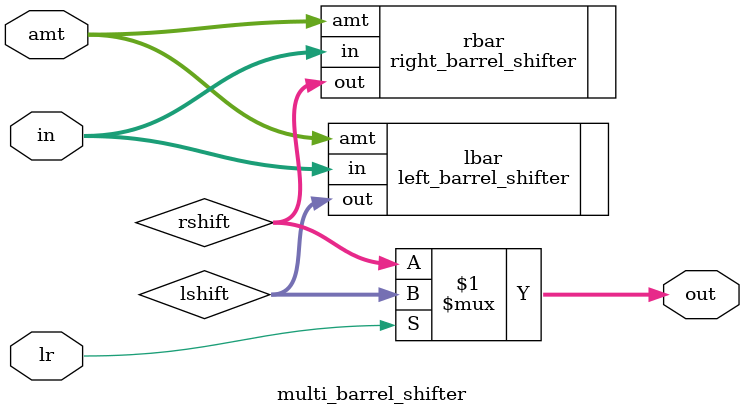
<source format=v>
`timescale 1ns / 1ps
module multi_barrel_shifter
	(
	input wire [7:0] in,
	input wire [2:0] amt,
	input wire lr,
	output wire [7:0] out
    );
	 
	 wire [7:0] lshift, rshift;

	left_barrel_shifter lbar
		(.in(in), .amt(amt), .out(lshift));
	right_barrel_shifter rbar
		(.in(in), .amt(amt), .out(rshift));
	
	assign out = lr ? lshift : rshift;

endmodule

</source>
